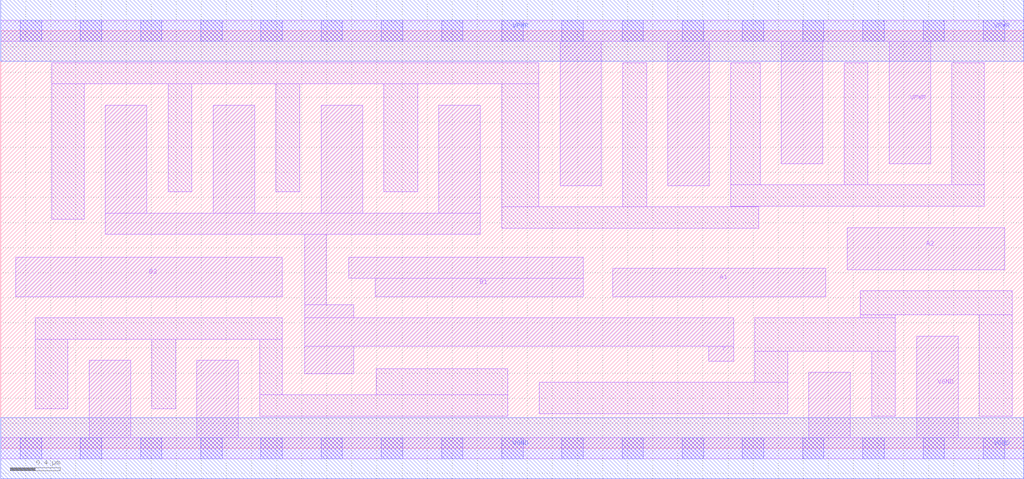
<source format=lef>
# Copyright 2020 The SkyWater PDK Authors
#
# Licensed under the Apache License, Version 2.0 (the "License");
# you may not use this file except in compliance with the License.
# You may obtain a copy of the License at
#
#     https://www.apache.org/licenses/LICENSE-2.0
#
# Unless required by applicable law or agreed to in writing, software
# distributed under the License is distributed on an "AS IS" BASIS,
# WITHOUT WARRANTIES OR CONDITIONS OF ANY KIND, either express or implied.
# See the License for the specific language governing permissions and
# limitations under the License.
#
# SPDX-License-Identifier: Apache-2.0

VERSION 5.7 ;
  NAMESCASESENSITIVE ON ;
  NOWIREEXTENSIONATPIN ON ;
  DIVIDERCHAR "/" ;
  BUSBITCHARS "[]" ;
UNITS
  DATABASE MICRONS 200 ;
END UNITS
MACRO sky130_fd_sc_lp__a22oi_4
  CLASS CORE ;
  SOURCE USER ;
  FOREIGN sky130_fd_sc_lp__a22oi_4 ;
  ORIGIN  0.000000  0.000000 ;
  SIZE  8.160000 BY  3.330000 ;
  SYMMETRY X Y R90 ;
  SITE unit ;
  PIN A1
    ANTENNAGATEAREA  1.260000 ;
    DIRECTION INPUT ;
    USE SIGNAL ;
    PORT
      LAYER li1 ;
        RECT 4.880000 1.210000 6.580000 1.435000 ;
    END
  END A1
  PIN A2
    ANTENNAGATEAREA  1.260000 ;
    DIRECTION INPUT ;
    USE SIGNAL ;
    PORT
      LAYER li1 ;
        RECT 6.750000 1.425000 8.005000 1.760000 ;
    END
  END A2
  PIN B1
    ANTENNAGATEAREA  1.260000 ;
    DIRECTION INPUT ;
    USE SIGNAL ;
    PORT
      LAYER li1 ;
        RECT 2.775000 1.355000 4.645000 1.525000 ;
        RECT 2.985000 1.210000 4.645000 1.355000 ;
    END
  END B1
  PIN B2
    ANTENNAGATEAREA  1.260000 ;
    DIRECTION INPUT ;
    USE SIGNAL ;
    PORT
      LAYER li1 ;
        RECT 0.120000 1.210000 2.245000 1.525000 ;
    END
  END B2
  PIN Y
    ANTENNADIFFAREA  2.352000 ;
    DIRECTION OUTPUT ;
    USE SIGNAL ;
    PORT
      LAYER li1 ;
        RECT 0.835000 1.705000 3.825000 1.875000 ;
        RECT 0.835000 1.875000 1.165000 2.735000 ;
        RECT 1.695000 1.875000 2.025000 2.735000 ;
        RECT 2.425000 0.595000 2.815000 0.815000 ;
        RECT 2.425000 0.815000 5.845000 1.040000 ;
        RECT 2.425000 1.040000 2.815000 1.145000 ;
        RECT 2.425000 1.145000 2.595000 1.705000 ;
        RECT 2.555000 1.875000 2.885000 2.735000 ;
        RECT 3.495000 1.875000 3.825000 2.735000 ;
        RECT 5.645000 0.695000 5.845000 0.815000 ;
    END
  END Y
  PIN VGND
    DIRECTION INOUT ;
    USE GROUND ;
    PORT
      LAYER li1 ;
        RECT 0.000000 -0.085000 8.160000 0.085000 ;
        RECT 0.705000  0.085000 1.035000 0.700000 ;
        RECT 1.565000  0.085000 1.895000 0.700000 ;
        RECT 6.445000  0.085000 6.775000 0.605000 ;
        RECT 7.305000  0.085000 7.635000 0.895000 ;
      LAYER mcon ;
        RECT 0.155000 -0.085000 0.325000 0.085000 ;
        RECT 0.635000 -0.085000 0.805000 0.085000 ;
        RECT 1.115000 -0.085000 1.285000 0.085000 ;
        RECT 1.595000 -0.085000 1.765000 0.085000 ;
        RECT 2.075000 -0.085000 2.245000 0.085000 ;
        RECT 2.555000 -0.085000 2.725000 0.085000 ;
        RECT 3.035000 -0.085000 3.205000 0.085000 ;
        RECT 3.515000 -0.085000 3.685000 0.085000 ;
        RECT 3.995000 -0.085000 4.165000 0.085000 ;
        RECT 4.475000 -0.085000 4.645000 0.085000 ;
        RECT 4.955000 -0.085000 5.125000 0.085000 ;
        RECT 5.435000 -0.085000 5.605000 0.085000 ;
        RECT 5.915000 -0.085000 6.085000 0.085000 ;
        RECT 6.395000 -0.085000 6.565000 0.085000 ;
        RECT 6.875000 -0.085000 7.045000 0.085000 ;
        RECT 7.355000 -0.085000 7.525000 0.085000 ;
        RECT 7.835000 -0.085000 8.005000 0.085000 ;
      LAYER met1 ;
        RECT 0.000000 -0.245000 8.160000 0.245000 ;
    END
  END VGND
  PIN VPWR
    DIRECTION INOUT ;
    USE POWER ;
    PORT
      LAYER li1 ;
        RECT 0.000000 3.245000 8.160000 3.415000 ;
        RECT 4.460000 2.095000 4.790000 3.245000 ;
        RECT 5.320000 2.095000 5.650000 3.245000 ;
        RECT 6.225000 2.270000 6.555000 3.245000 ;
        RECT 7.085000 2.270000 7.415000 3.245000 ;
      LAYER mcon ;
        RECT 0.155000 3.245000 0.325000 3.415000 ;
        RECT 0.635000 3.245000 0.805000 3.415000 ;
        RECT 1.115000 3.245000 1.285000 3.415000 ;
        RECT 1.595000 3.245000 1.765000 3.415000 ;
        RECT 2.075000 3.245000 2.245000 3.415000 ;
        RECT 2.555000 3.245000 2.725000 3.415000 ;
        RECT 3.035000 3.245000 3.205000 3.415000 ;
        RECT 3.515000 3.245000 3.685000 3.415000 ;
        RECT 3.995000 3.245000 4.165000 3.415000 ;
        RECT 4.475000 3.245000 4.645000 3.415000 ;
        RECT 4.955000 3.245000 5.125000 3.415000 ;
        RECT 5.435000 3.245000 5.605000 3.415000 ;
        RECT 5.915000 3.245000 6.085000 3.415000 ;
        RECT 6.395000 3.245000 6.565000 3.415000 ;
        RECT 6.875000 3.245000 7.045000 3.415000 ;
        RECT 7.355000 3.245000 7.525000 3.415000 ;
        RECT 7.835000 3.245000 8.005000 3.415000 ;
      LAYER met1 ;
        RECT 0.000000 3.085000 8.160000 3.575000 ;
    END
  END VPWR
  OBS
    LAYER li1 ;
      RECT 0.275000 0.315000 0.535000 0.870000 ;
      RECT 0.275000 0.870000 2.245000 1.040000 ;
      RECT 0.405000 1.825000 0.665000 2.905000 ;
      RECT 0.405000 2.905000 4.290000 3.075000 ;
      RECT 1.205000 0.315000 1.395000 0.870000 ;
      RECT 1.335000 2.045000 1.525000 2.905000 ;
      RECT 2.065000 0.255000 4.045000 0.425000 ;
      RECT 2.065000 0.425000 2.245000 0.870000 ;
      RECT 2.195000 2.045000 2.385000 2.905000 ;
      RECT 2.995000 0.425000 4.045000 0.635000 ;
      RECT 3.055000 2.045000 3.325000 2.905000 ;
      RECT 3.995000 1.755000 6.045000 1.925000 ;
      RECT 3.995000 1.925000 4.290000 2.905000 ;
      RECT 4.295000 0.275000 6.275000 0.525000 ;
      RECT 4.960000 1.925000 5.150000 3.075000 ;
      RECT 5.820000 1.925000 6.045000 1.930000 ;
      RECT 5.820000 1.930000 7.845000 2.100000 ;
      RECT 5.820000 2.100000 6.055000 3.075000 ;
      RECT 6.015000 0.525000 6.275000 0.775000 ;
      RECT 6.015000 0.775000 7.135000 1.040000 ;
      RECT 6.725000 2.100000 6.915000 3.075000 ;
      RECT 6.855000 1.040000 7.135000 1.065000 ;
      RECT 6.855000 1.065000 8.065000 1.255000 ;
      RECT 6.945000 0.255000 7.135000 0.775000 ;
      RECT 7.585000 2.100000 7.845000 3.075000 ;
      RECT 7.805000 0.255000 8.065000 1.065000 ;
  END
END sky130_fd_sc_lp__a22oi_4

</source>
